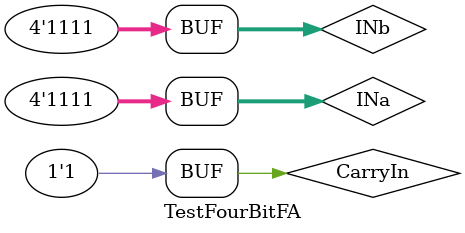
<source format=v>
module TestFourBitFA;

	// Inputs
	reg [0:3] INa;
	reg [0:3] INb;
	reg CarryIn;

	// Outputs
	wire [0:3] Sum;
	wire CarryOut;

	// Instantiate the Unit Under Test (UUT)
	four_bit_FA uut (
		.INa(INa), 
		.INb(INb), 
		.CarryIn(CarryIn), 
		.Sum(Sum), 
		.CarryOut(CarryOut)
	);

	initial begin
		for(INa=0; INa<15; INa=INa+1)begin
			for(INb=0; INb<15; INb=INb+1)begin
				CarryIn=0;
				#1 CarryIn=1;
				#1;
			end
			CarryIn=0;
			#1 CarryIn=1;
			#1;
		end
		for(INb=0; INb<15; INb=INb+1)begin
				CarryIn=0;
				#1 CarryIn=1;
				#1;
		end
		CarryIn=0;
		#1 CarryIn=1;
		#1;
	end
	
	initial begin
		$monitor($time, " CarryIn=%b, INa=%d, INb=%d, Sum=%d, CarryOut=%b", CarryIn, INa, INb, Sum, CarryOut);
	end
      
endmodule


</source>
